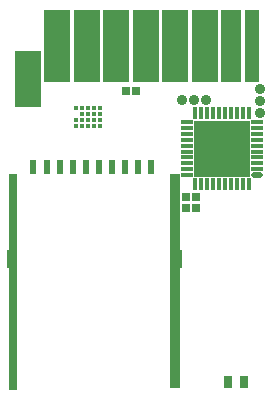
<source format=gts>
G04 Layer_Color=8388736*
%FSLAX25Y25*%
%MOIN*%
G70*
G01*
G75*
%ADD38R,0.03239X0.71804*%
%ADD39R,0.02777X0.71941*%
%ADD40R,0.08674X0.18517*%
%ADD41R,0.04737X0.24422*%
%ADD42R,0.06706X0.24422*%
%ADD43R,0.08674X0.24422*%
%ADD44R,0.03162X0.03950*%
%ADD45R,0.02572X0.02965*%
%ADD46O,0.03950X0.01784*%
%ADD47R,0.03950X0.01784*%
%ADD48R,0.01784X0.03950*%
%ADD49R,0.18910X0.18910*%
%ADD50O,0.01745X0.01706*%
%ADD51C,0.01745*%
%ADD52R,0.02375X0.04737*%
%ADD53R,0.02769X0.05918*%
%ADD54C,0.03556*%
%ADD55C,0.03556*%
D38*
X160281Y409569D02*
D03*
D39*
X106188Y409398D02*
D03*
D40*
X111221Y476968D02*
D03*
D41*
X186024Y487795D02*
D03*
D42*
X179134D02*
D03*
D43*
X170276D02*
D03*
X160433D02*
D03*
X150591D02*
D03*
X140748D02*
D03*
X130905D02*
D03*
X121063D02*
D03*
D44*
X177944Y376000D02*
D03*
X183456D02*
D03*
D45*
X167173Y437600D02*
D03*
X163827D02*
D03*
X167173Y434000D02*
D03*
X163827D02*
D03*
X143996Y472835D02*
D03*
X147343D02*
D03*
D46*
X187795Y444882D02*
D03*
D47*
Y446850D02*
D03*
Y448819D02*
D03*
Y450787D02*
D03*
Y452756D02*
D03*
Y454724D02*
D03*
Y456693D02*
D03*
Y458661D02*
D03*
Y460630D02*
D03*
Y462598D02*
D03*
X164173D02*
D03*
Y460630D02*
D03*
Y458661D02*
D03*
Y456693D02*
D03*
Y454724D02*
D03*
Y452756D02*
D03*
Y450787D02*
D03*
Y448819D02*
D03*
Y446850D02*
D03*
Y444882D02*
D03*
D48*
X184843Y465551D02*
D03*
X182874D02*
D03*
X180905D02*
D03*
X178937D02*
D03*
X176969D02*
D03*
X175000D02*
D03*
X173031D02*
D03*
X171063D02*
D03*
X169095D02*
D03*
X167126D02*
D03*
Y441929D02*
D03*
X169095D02*
D03*
X171063D02*
D03*
X173031D02*
D03*
X175000D02*
D03*
X176969D02*
D03*
X178937D02*
D03*
X180905D02*
D03*
X182874D02*
D03*
X184843D02*
D03*
D49*
X175984Y453740D02*
D03*
D50*
X127307Y467299D02*
D03*
Y463362D02*
D03*
D51*
Y461394D02*
D03*
X129276Y467299D02*
D03*
Y465331D02*
D03*
Y463362D02*
D03*
Y461394D02*
D03*
X131244Y467299D02*
D03*
Y465331D02*
D03*
Y463362D02*
D03*
Y461394D02*
D03*
X133213Y467299D02*
D03*
Y465331D02*
D03*
Y463362D02*
D03*
Y461394D02*
D03*
X135181Y467299D02*
D03*
Y465331D02*
D03*
Y463362D02*
D03*
Y461394D02*
D03*
D52*
X148039Y447500D02*
D03*
X143709D02*
D03*
X139378D02*
D03*
X135047D02*
D03*
X130717D02*
D03*
X126386D02*
D03*
X117724D02*
D03*
X152370D02*
D03*
X122055D02*
D03*
X113000D02*
D03*
D53*
X161425Y416791D02*
D03*
X105520D02*
D03*
D54*
X188700Y465600D02*
D03*
X162800Y469800D02*
D03*
X170800D02*
D03*
X188700Y469600D02*
D03*
Y473600D02*
D03*
D55*
X166800Y469800D02*
D03*
M02*

</source>
